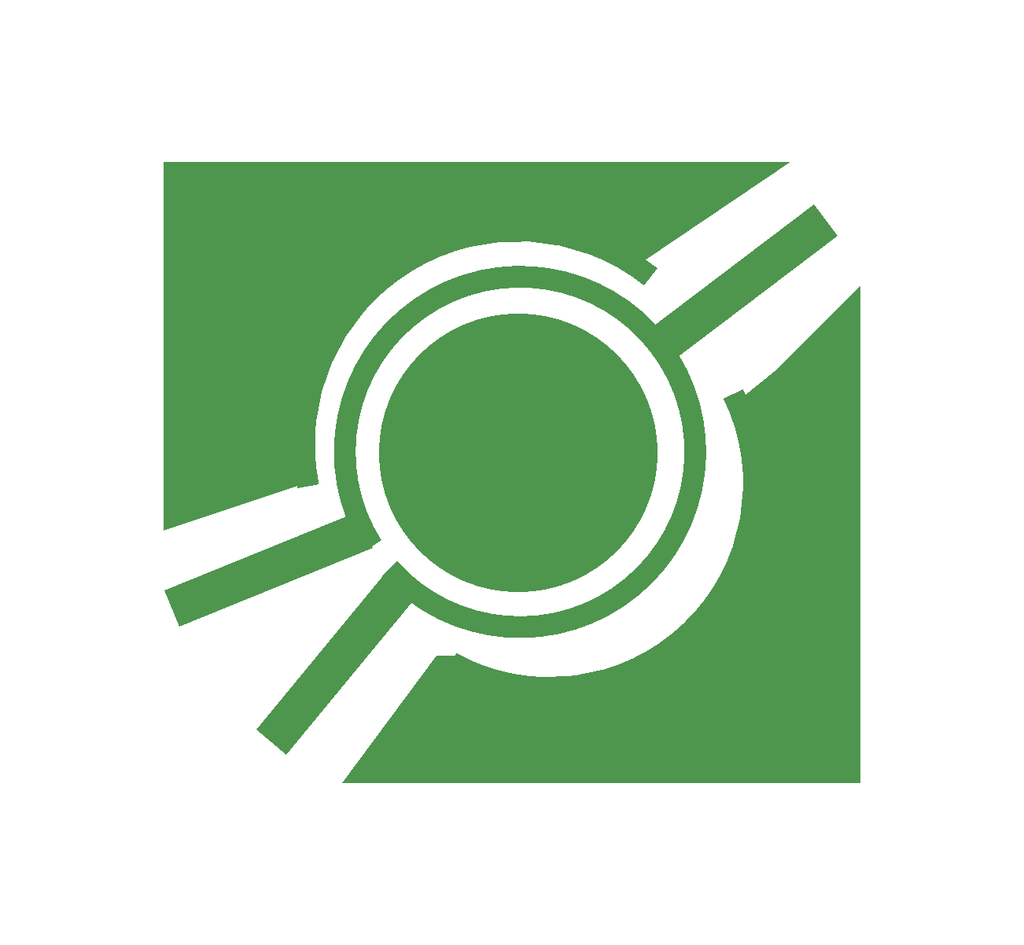
<source format=gbr>
G04 ===== Begin FILE IDENTIFICATION =====*
G04 File Format:  Gerber RS274X*
G04 ===== End FILE IDENTIFICATION =====*
%FSLAX24Y24*%
%MOMM*%
%SFA1.0000B1.0000*%
%OFA0.0B0.0*%
%ADD14C,30.000000*%
%LNcond*%
%IPPOS*%
%LPD*%
G75*
G36*
G01X23040Y177548D02*
G01X7050Y216610D01*
G01X214853Y301675D01*
G01X230843Y262613D01*
G01X23040Y177548D01*
G37*
G36*
G01X530620Y472657D02*
G01Y472656D01*
G01X549281Y486802D01*
G01X549280Y486803D01*
G03X220680Y257952I-159686J-121050D01*
G01Y257950D01*
G01X240420Y270548D01*
G01X240419Y270549D01*
G02X530620Y472657I149175J95203D01*
G01X530620Y472657D01*
G37*
G36*
G01X552698Y462911D02*
G01X527200Y496547D01*
G01X706138Y632192D01*
G01X731636Y598556D01*
G01X552698Y462911D01*
G37*
G36*
G01X549279Y486805D02*
G01X530618Y472658D01*
G01X530619D01*
G02X257632Y247841I-141026J-106905D01*
G01Y247842D01*
G01X240171Y232240D01*
G01X240172Y232239D01*
G03X549279Y486803I149421J133514D01*
G01Y486805D01*
G37*
G36*
G01X138009Y39681D02*
G01X105430Y66515D01*
G01X248185Y239833D01*
G01X280765Y212999D01*
G01X138009Y39681D01*
G37*
G36*
G01X173108Y330938D02*
G02X523004Y545136I213929J43423D01*
G01Y545137D01*
G01X523005Y545136D01*
G01X537590Y563455D01*
G03X150159Y326280I-150553J-189094D01*
G01X150160Y326278D01*
G01X173108Y330936D01*
G01Y330938D01*
G37*
G36*
G01X321074Y149006D02*
G01X321073Y149007D01*
G01X309779Y128494D01*
G01X309780D01*
G03X629495Y433646I111750J202979D01*
G01X629494Y433648D01*
G01X608477Y423321D01*
G01X608478D01*
G02X321074Y149006I-186948J-91848D01*
G01X321074Y149006D01*
G37*
D14*
X388000Y365000D03*
G36*
G01X150000Y329000D02*
G01X6000Y281000D01*
G01Y678000D01*
G01X681000D01*
G01X523882Y572302D01*
G01X470000Y598000D01*
G01X349000Y611000D01*
G01X223000Y542000D01*
G01X153000Y397000D01*
G01X150000Y329000D01*
G37*
G36*
G01X322000Y146000D02*
G01X300000D01*
G01X198000Y9000D01*
G01X756000D01*
G01Y545000D01*
G01X663000Y452000D01*
G01X627000Y423000D01*
G01X644000Y315000D01*
G01X623000Y236000D01*
G01X534000Y147000D01*
G01X429000Y106000D01*
G01X326000Y127000D01*
G01X322000Y146000D01*
G37*
M02*


</source>
